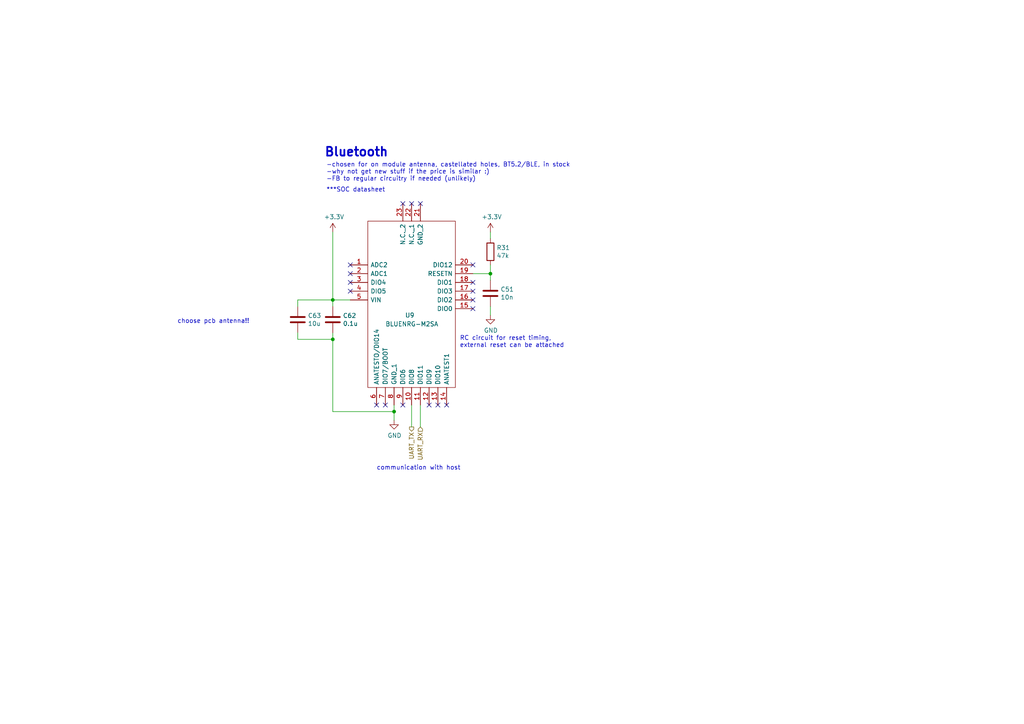
<source format=kicad_sch>
(kicad_sch (version 20230121) (generator eeschema)
  (paper "A4")
  (lib_symbols
    (symbol "BLUENRG-M2SA:BLUENRG-M2SA" (pin_names (offset 0.762))
      (property "Reference" "IC" (at 31.75 17.78 0))
      (property "Value" "BLUENRG-M2SA" (at 31.75 15.24 0))
      (symbol "BLUENRG-M2SA_0_0"
        (pin passive line (at 0 0 0) (length 5.08) (name "ADC2") (number "1"))
        (pin passive line (at 17.78 -40.64 90) (length 5.08) (name "DIO8") (number "10"))
        (pin passive line (at 20.32 -40.64 90) (length 5.08) (name "DIO11") (number "11"))
        (pin passive line (at 22.86 -40.64 90) (length 5.08) (name "DIO9") (number "12"))
        (pin passive line (at 25.4 -40.64 90) (length 5.08) (name "DIO10") (number "13"))
        (pin passive line (at 27.94 -40.64 90) (length 5.08) (name "ANATEST1") (number "14"))
        (pin passive line (at 35.56 -12.7 180) (length 5.08) (name "DIO0") (number "15"))
        (pin passive line (at 35.56 -10.16 180) (length 5.08) (name "DIO2") (number "16"))
        (pin passive line (at 35.56 -7.62 180) (length 5.08) (name "DIO3") (number "17"))
        (pin passive line (at 35.56 -5.08 180) (length 5.08) (name "DIO1") (number "18"))
        (pin passive line (at 35.56 -2.54 180) (length 5.08) (name "RESETN") (number "19"))
        (pin passive line (at 0 -2.54 0) (length 5.08) (name "ADC1") (number "2"))
        (pin passive line (at 35.56 0 180) (length 5.08) (name "DIO12") (number "20"))
        (pin passive line (at 20.32 17.78 270) (length 5.08) (name "GND_2") (number "21"))
        (pin passive line (at 17.78 17.78 270) (length 5.08) (name "N.C._1") (number "22"))
        (pin passive line (at 15.24 17.78 270) (length 5.08) (name "N.C._2") (number "23"))
        (pin passive line (at 0 -5.08 0) (length 5.08) (name "DIO4") (number "3"))
        (pin passive line (at 0 -7.62 0) (length 5.08) (name "DIO5") (number "4"))
        (pin passive line (at 0 -10.16 0) (length 5.08) (name "VIN") (number "5"))
        (pin passive line (at 7.62 -40.64 90) (length 5.08) (name "ANATESTO/DIO14") (number "6"))
        (pin passive line (at 10.16 -40.64 90) (length 5.08) (name "DIO7/BOOT") (number "7"))
        (pin passive line (at 12.7 -40.64 90) (length 5.08) (name "GND_1") (number "8"))
        (pin passive line (at 15.24 -40.64 90) (length 5.08) (name "DIO6") (number "9"))
      )
      (symbol "BLUENRG-M2SA_0_1"
        (polyline (pts (xy 5.08 12.7) (xy 30.48 12.7) (xy 30.48 -35.56) (xy 5.08 -35.56) (xy 5.08 12.7)) (stroke (width 0.1524)))
      )
    )
    (symbol "Device:C" (pin_numbers hide) (pin_names (offset 0.254))
      (property "Reference" "C" (at 0.635 2.54 0))
      (property "Value" "C" (at 0.635 -2.54 0))
      (symbol "C_0_1"
        (polyline (pts (xy -2.032 -0.762) (xy 2.032 -0.762)) (stroke (width 0.508)))
        (polyline (pts (xy -2.032 0.762) (xy 2.032 0.762)) (stroke (width 0.508)))
      )
      (symbol "C_1_1"
        (pin passive line (at 0 3.81 270) (length 2.794) (name "~") (number "1"))
        (pin passive line (at 0 -3.81 90) (length 2.794) (name "~") (number "2"))
      )
    )
    (symbol "Device:R" (pin_numbers hide) (pin_names (offset 0))
      (property "Reference" "R" (at 2.032 0 90))
      (property "Value" "R" (at 0 0 90))
      (symbol "R_0_1"
        (rectangle (start -1.016 -2.54) (end 1.016 2.54) (stroke (width 0.254)))
      )
      (symbol "R_1_1"
        (pin passive line (at 0 3.81 270) (length 1.27) (name "~") (number "1"))
        (pin passive line (at 0 -3.81 90) (length 1.27) (name "~") (number "2"))
      )
    )
    (symbol "power:+3.3V" (power) (pin_names (offset 0))
      (property "Value" "+3.3V" (at 0 3.556 0))
      (symbol "+3.3V_0_1"
        (polyline (pts (xy -0.762 1.27) (xy 0 2.54)))
        (polyline (pts (xy 0 0) (xy 0 2.54)))
        (polyline (pts (xy 0 2.54) (xy 0.762 1.27)))
      )
      (symbol "+3.3V_1_1"
        (pin power_in line (at 0 0 90) (length 0) hide (name "+3.3V") (number "1"))
      )
    )
    (symbol "power:GND" (power) (pin_names (offset 0))
      (property "Value" "GND" (at 0 -3.81 0))
      (symbol "GND_0_1"
        (polyline (pts (xy 0 0) (xy 0 -1.27) (xy 1.27 -1.27) (xy 0 -2.54) (xy -1.27 -1.27) (xy 0 -1.27)))
      )
      (symbol "GND_1_1"
        (pin power_in line (at 0 0 270) (length 0) hide (name "GND") (number "1"))
      )
    )
  )
  (junction (at 96.52 86.995))
  (junction (at 142.24 79.375))
  (junction (at 114.3 119.38))
  (junction (at 96.52 98.425))
  (no_connect (at 101.6 81.915))
  (no_connect (at 129.54 117.475))
  (no_connect (at 101.6 76.835))
  (no_connect (at 111.76 117.475))
  (no_connect (at 137.16 81.915))
  (no_connect (at 116.84 59.055))
  (no_connect (at 121.92 59.055))
  (no_connect (at 137.16 84.455))
  (no_connect (at 137.16 76.835))
  (no_connect (at 101.6 79.375))
  (no_connect (at 119.38 59.055))
  (no_connect (at 127 117.475))
  (no_connect (at 101.6 84.455))
  (no_connect (at 124.46 117.475))
  (no_connect (at 137.16 89.535))
  (no_connect (at 109.22 117.475))
  (no_connect (at 137.16 86.995))
  (no_connect (at 116.84 117.475))
  (wire (pts (xy 137.16 79.375) (xy 142.24 79.375)))
  (wire (pts (xy 86.36 86.995) (xy 96.52 86.995)))
  (wire (pts (xy 119.38 123.825) (xy 119.38 117.475)))
  (wire (pts (xy 96.52 119.38) (xy 96.52 98.425)))
  (wire (pts (xy 96.52 98.425) (xy 96.52 96.52)))
  (wire (pts (xy 114.3 119.38) (xy 114.3 121.92)))
  (wire (pts (xy 96.52 86.995) (xy 96.52 88.9)))
  (wire (pts (xy 142.24 76.835) (xy 142.24 79.375)))
  (wire (pts (xy 114.3 119.38) (xy 96.52 119.38)))
  (wire (pts (xy 86.36 96.52) (xy 86.36 98.425)))
  (wire (pts (xy 96.52 86.995) (xy 101.6 86.995)))
  (wire (pts (xy 114.3 117.475) (xy 114.3 119.38)))
  (wire (pts (xy 86.36 88.9) (xy 86.36 86.995)))
  (wire (pts (xy 121.92 123.825) (xy 121.92 117.475)))
  (wire (pts (xy 142.24 88.9) (xy 142.24 91.44)))
  (wire (pts (xy 142.24 79.375) (xy 142.24 81.28)))
  (wire (pts (xy 96.52 86.995) (xy 96.52 67.31)))
  (wire (pts (xy 142.24 67.31) (xy 142.24 69.215)))
  (wire (pts (xy 86.36 98.425) (xy 96.52 98.425)))
  (text "RC circuit for reset timing,\nexternal reset can be attached" (at 133.35 100.965 0) (effects (font (size 1.27 1.27)) (justify left bottom)))
  (text "-chosen for on module antenna, castellated holes, BT5.2/BLE, in stock\n-why not get new stuff if the price is similar :)\n-FB to regular circuitry if needed (unlikely)" (at 94.615 52.705 0) (effects (font (size 1.27 1.27)) (justify left bottom)))
  (text "communication with host" (at 109.22 136.525 0) (effects (font (size 1.27 1.27)) (justify left bottom)))
  (text "Bluetooth" (at 93.98 45.72 0) (effects (font (size 2.54 2.54) (thickness 0.508) bold) (justify left bottom)))
  (text "choose pcb antenna!!" (at 51.435 93.98 0) (effects (font (size 1.27 1.27)) (justify left bottom)))
  (text "***SOC datasheet" (at 94.615 55.88 0) (effects (font (size 1.27 1.27)) (justify left bottom)))
  (hierarchical_label "UART_TX" (shape output) (at 119.38 123.825 270))
  (hierarchical_label "UART_RX" (shape input) (at 121.92 123.825 270))
  (symbol (lib_id "Device:C") (at 96.52 92.71 0) (unit 1)
    (property "Reference" "C39" (at 99.441 91.5416 0) (effects (justify left)))
    (property "Value" "0.1u" (at 99.441 93.853 0) (effects (justify left)))
    (property "Footprint" "Capacitor_SMD:C_0805_2012Metric" (effects hide))
    (property "Datasheet" "https://www.mouser.com/datasheet/2/212/KEM_C1002_X7R_SMD-1102033.pdf" (effects hide))
    (property "P/N" "C0805C104K5RAC7411" (effects hide))
    (instances (project "Telemetry-Primary" (path "" (reference "C62") (unit 1))))
  )
  (symbol (lib_id "Device:R") (at 142.24 73.025 0) (unit 1)
    (property "Reference" "R31" (at 144.018 71.8566 0) (effects (justify left)))
    (property "Value" "47k" (at 144.018 74.168 0) (effects (justify left)))
    (property "Footprint" "Resistor_SMD:R_0805_2012Metric" (effects hide))
    (property "Datasheet" "https://www.mouser.com/datasheet/2/427/dcrcwe3-1762152.pdf" (effects hide))
    (instances (project "Telemetry-Primary" (path "" (reference "R31") (unit 1))) (project "BPS-Leader" (path "" (reference "R41") (unit 1))))
  )
  (symbol (lib_id "power:+3.3V") (at 96.52 67.31 0) (unit 1)
    (property "Reference" "#PWR024" (effects hide))
    (property "Value" "+3.3V" (at 96.901 62.9158 0))
    (instances (project "Telemetry-Primary" (path "" (reference "#PWR024") (unit 1))) (project "BPS-Leader" (path "" (reference "#PWR0103") (unit 1))))
  )
  (symbol (lib_id "power:GND") (at 142.24 91.44 0) (unit 1)
    (property "Reference" "#PWR029" (effects hide))
    (property "Value" "GND" (at 142.367 95.8342 0))
    (instances (project "Telemetry-Primary" (path "" (reference "#PWR029") (unit 1))) (project "BPS-Leader" (path "" (reference "#PWR0102") (unit 1))))
  )
  (symbol (lib_id "BLUENRG-M2SA:BLUENRG-M2SA") (at 101.6 76.835 0) (unit 1)
    (property "Reference" "U9" (at 117.475 91.44 0) (effects (justify left)))
    (property "Value" "BLUENRG-M2SA" (at 111.76 93.98 0) (effects (justify left)))
    (property "Footprint" "BLUENRGM2SA" (effects hide))
    (property "Datasheet" "https://www.mouser.com/datasheet/2/389/bluenrg_m2-1670812.pdf" (effects hide))
    (property "Description" "STMicroelectronics" (effects hide))
    (property "Height" "2.5" (effects hide))
    (property "Mouser Part Number" "511-BLUENRG-M2SA" (effects hide))
    (property "Mouser Price/Stock" "https://www.mouser.co.uk/ProductDetail/STMicroelectronics/BLUENRG-M2SA?qs=%252B6g0mu59x7K3hjyySj690A%3D%3D" (effects hide))
    (property "Manufacturer_Name" "STMicroelectronics" (effects hide))
    (property "Manufacturer_Part_Number" "BLUENRG-M2SA" (effects hide))
  )
  (symbol (lib_id "Device:C") (at 86.36 92.71 0) (unit 1)
    (property "Reference" "C39" (at 89.281 91.5416 0) (effects (justify left)))
    (property "Value" "10u" (at 89.281 93.853 0) (effects (justify left)))
    (property "Footprint" "Capacitor_SMD:C_0805_2012Metric" (effects hide))
    (property "Datasheet" "https://www.mouser.com/datasheet/2/212/KEM_C1002_X7R_SMD-1102033.pdf" (effects hide))
    (property "P/N" "C0805C104K5RAC7411" (effects hide))
    (instances (project "Telemetry-Primary" (path "" (reference "C63") (unit 1))))
  )
  (symbol (lib_id "power:GND") (at 114.3 121.92 0) (unit 1)
    (property "Reference" "#PWR028" (effects hide))
    (property "Value" "GND" (at 114.427 126.3142 0))
    (instances (project "Telemetry-Primary" (path "" (reference "#PWR028") (unit 1))) (project "BPS-Leader" (path "" (reference "#PWR0104") (unit 1))))
  )
  (symbol (lib_id "power:+3.3V") (at 142.24 67.31 0) (unit 1)
    (property "Reference" "#PWR026" (effects hide))
    (property "Value" "+3.3V" (at 142.621 62.9158 0))
    (instances (project "Telemetry-Primary" (path "" (reference "#PWR026") (unit 1))) (project "BPS-Leader" (path "" (reference "#PWR0101") (unit 1))))
  )
  (symbol (lib_id "Device:C") (at 142.24 85.09 0) (unit 1)
    (property "Reference" "C51" (at 145.161 83.9216 0) (effects (justify left)))
    (property "Value" "10n" (at 145.161 86.233 0) (effects (justify left)))
    (property "Footprint" "Capacitor_SMD:C_0805_2012Metric" (effects hide))
    (property "Datasheet" "https://www.mouser.com/datasheet/2/40/AutoMLCC-2952695.pdf" (effects hide))
    (instances (project "Telemetry-Primary" (path "" (reference "C51") (unit 1))) (project "BPS-Leader" (path "" (reference "C42") (unit 1))))
  )
)
</source>
